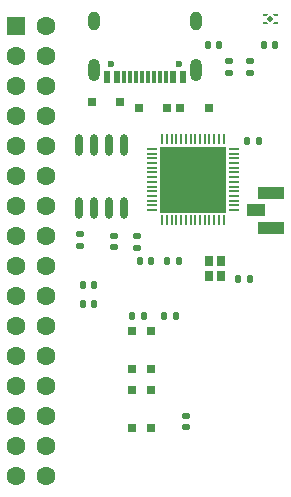
<source format=gbr>
%TF.GenerationSoftware,KiCad,Pcbnew,8.0.1*%
%TF.CreationDate,2024-04-25T23:54:08-05:00*%
%TF.ProjectId,Final Projeco,46696e61-6c20-4507-926f-6a65636f2e6b,rev?*%
%TF.SameCoordinates,Original*%
%TF.FileFunction,Soldermask,Top*%
%TF.FilePolarity,Negative*%
%FSLAX46Y46*%
G04 Gerber Fmt 4.6, Leading zero omitted, Abs format (unit mm)*
G04 Created by KiCad (PCBNEW 8.0.1) date 2024-04-25 23:54:08*
%MOMM*%
%LPD*%
G01*
G04 APERTURE LIST*
G04 Aperture macros list*
%AMRoundRect*
0 Rectangle with rounded corners*
0 $1 Rounding radius*
0 $2 $3 $4 $5 $6 $7 $8 $9 X,Y pos of 4 corners*
0 Add a 4 corners polygon primitive as box body*
4,1,4,$2,$3,$4,$5,$6,$7,$8,$9,$2,$3,0*
0 Add four circle primitives for the rounded corners*
1,1,$1+$1,$2,$3*
1,1,$1+$1,$4,$5*
1,1,$1+$1,$6,$7*
1,1,$1+$1,$8,$9*
0 Add four rect primitives between the rounded corners*
20,1,$1+$1,$2,$3,$4,$5,0*
20,1,$1+$1,$4,$5,$6,$7,0*
20,1,$1+$1,$6,$7,$8,$9,0*
20,1,$1+$1,$8,$9,$2,$3,0*%
%AMRotRect*
0 Rectangle, with rotation*
0 The origin of the aperture is its center*
0 $1 length*
0 $2 width*
0 $3 Rotation angle, in degrees counterclockwise*
0 Add horizontal line*
21,1,$1,$2,0,0,$3*%
%AMFreePoly0*
4,1,5,0.099975,0.075057,0.099975,-0.174956,-0.100025,-0.174956,-0.100025,0.275057,0.099975,0.075057,0.099975,0.075057,$1*%
%AMFreePoly1*
4,1,6,0.100025,-0.174956,-0.099975,-0.174956,-0.099975,0.075057,0.050013,0.225044,0.100025,0.225044,0.100025,-0.174956,0.100025,-0.174956,$1*%
%AMFreePoly2*
4,1,6,0.100025,-0.224841,0.050013,-0.224816,-0.100000,-0.074829,-0.099975,0.175184,0.100025,0.175184,0.100025,-0.224841,0.100025,-0.224841,$1*%
%AMFreePoly3*
4,1,6,0.100000,-0.075057,-0.050013,-0.225044,-0.100025,-0.225044,-0.100025,0.174956,0.099975,0.174956,0.100000,-0.075057,0.100000,-0.075057,$1*%
G04 Aperture macros list end*
%ADD10RoundRect,0.050000X0.387500X0.050000X-0.387500X0.050000X-0.387500X-0.050000X0.387500X-0.050000X0*%
%ADD11RoundRect,0.050000X0.050000X0.387500X-0.050000X0.387500X-0.050000X-0.387500X0.050000X-0.387500X0*%
%ADD12R,5.600000X5.600000*%
%ADD13RoundRect,0.140000X-0.140000X-0.170000X0.140000X-0.170000X0.140000X0.170000X-0.140000X0.170000X0*%
%ADD14R,0.800000X0.800000*%
%ADD15R,2.200000X1.100000*%
%ADD16R,1.500000X1.100000*%
%ADD17RoundRect,0.140000X0.140000X0.170000X-0.140000X0.170000X-0.140000X-0.170000X0.140000X-0.170000X0*%
%ADD18RoundRect,0.140000X-0.170000X0.140000X-0.170000X-0.140000X0.170000X-0.140000X0.170000X0.140000X0*%
%ADD19RoundRect,0.135000X0.135000X0.185000X-0.135000X0.185000X-0.135000X-0.185000X0.135000X-0.185000X0*%
%ADD20RoundRect,0.135000X-0.135000X-0.185000X0.135000X-0.185000X0.135000X0.185000X-0.135000X0.185000X0*%
%ADD21O,0.629997X1.864999*%
%ADD22RoundRect,0.135000X-0.185000X0.135000X-0.185000X-0.135000X0.185000X-0.135000X0.185000X0.135000X0*%
%ADD23C,0.600000*%
%ADD24O,1.000000X1.900000*%
%ADD25O,1.000000X1.600000*%
%ADD26R,0.600000X1.140005*%
%ADD27R,0.300000X1.140005*%
%ADD28R,0.775006X0.875006*%
%ADD29R,0.750013X0.700000*%
%ADD30RoundRect,0.135000X0.185000X-0.135000X0.185000X0.135000X-0.185000X0.135000X-0.185000X-0.135000X0*%
%ADD31FreePoly0,90.000000*%
%ADD32FreePoly1,90.000000*%
%ADD33FreePoly2,90.000000*%
%ADD34FreePoly3,90.000000*%
%ADD35RotRect,0.450013X0.450013X135.000000*%
%ADD36RoundRect,0.140000X0.170000X-0.140000X0.170000X0.140000X-0.170000X0.140000X-0.170000X-0.140000X0*%
%ADD37R,1.600000X1.600000*%
%ADD38C,1.600000*%
G04 APERTURE END LIST*
D10*
%TO.C,U1*%
X45597500Y-33672500D03*
X45597500Y-33272500D03*
X45597500Y-32872500D03*
X45597500Y-32472500D03*
X45597500Y-32072500D03*
X45597500Y-31672500D03*
X45597500Y-31272500D03*
X45597500Y-30872500D03*
X45597500Y-30472500D03*
X45597500Y-30072500D03*
X45597500Y-29672500D03*
X45597500Y-29272500D03*
X45597500Y-28872500D03*
X45597500Y-28472500D03*
D11*
X44760000Y-27635000D03*
X44360000Y-27635000D03*
X43960000Y-27635000D03*
X43560000Y-27635000D03*
X43160000Y-27635000D03*
X42760000Y-27635000D03*
X42360000Y-27635000D03*
X41960000Y-27635000D03*
X41560000Y-27635000D03*
X41160000Y-27635000D03*
X40760000Y-27635000D03*
X40360000Y-27635000D03*
X39960000Y-27635000D03*
X39560000Y-27635000D03*
D10*
X38722500Y-28472500D03*
X38722500Y-28872500D03*
X38722500Y-29272500D03*
X38722500Y-29672500D03*
X38722500Y-30072500D03*
X38722500Y-30472500D03*
X38722500Y-30872500D03*
X38722500Y-31272500D03*
X38722500Y-31672500D03*
X38722500Y-32072500D03*
X38722500Y-32472500D03*
X38722500Y-32872500D03*
X38722500Y-33272500D03*
X38722500Y-33672500D03*
D11*
X39560000Y-34510000D03*
X39960000Y-34510000D03*
X40360000Y-34510000D03*
X40760000Y-34510000D03*
X41160000Y-34510000D03*
X41560000Y-34510000D03*
X41960000Y-34510000D03*
X42360000Y-34510000D03*
X42760000Y-34510000D03*
X43160000Y-34510000D03*
X43560000Y-34510000D03*
X43960000Y-34510000D03*
X44360000Y-34510000D03*
X44760000Y-34510000D03*
D12*
X42160000Y-31072500D03*
%TD*%
D13*
%TO.C,C2*%
X46000000Y-39500000D03*
X46960000Y-39500000D03*
%TD*%
D14*
%TO.C,D3*%
X39999898Y-25000000D03*
X37600102Y-25000000D03*
%TD*%
D15*
%TO.C,JP1*%
X48749968Y-32177600D03*
D16*
X47500032Y-33676457D03*
D15*
X48749968Y-35177600D03*
%TD*%
D17*
%TO.C,C5*%
X49100000Y-19700000D03*
X48140000Y-19700000D03*
%TD*%
D18*
%TO.C,C10*%
X35450000Y-35840000D03*
X35450000Y-36800000D03*
%TD*%
D13*
%TO.C,C6*%
X43400000Y-19700000D03*
X44360000Y-19700000D03*
%TD*%
D19*
%TO.C,R1*%
X38000000Y-42600000D03*
X36980000Y-42600000D03*
%TD*%
D20*
%TO.C,R4*%
X39700000Y-42600000D03*
X40720000Y-42600000D03*
%TD*%
D21*
%TO.C,U4*%
X32499996Y-33499999D03*
X33769999Y-33499999D03*
X35040001Y-33499999D03*
X36310004Y-33499999D03*
X36310004Y-28135001D03*
X35040001Y-28135001D03*
X33769999Y-28135001D03*
X32499996Y-28135001D03*
%TD*%
D22*
%TO.C,R6*%
X37430000Y-35830000D03*
X37430000Y-36850000D03*
%TD*%
D23*
%TO.C,U2*%
X40989918Y-21305004D03*
X35209882Y-21305258D03*
D24*
X42419941Y-21805131D03*
X33779859Y-21805131D03*
D25*
X33779859Y-17625044D03*
X42419941Y-17625044D03*
D26*
X41300052Y-22375108D03*
X40499951Y-22375108D03*
D27*
X39350091Y-22375108D03*
X38350091Y-22375108D03*
X37849964Y-22375108D03*
X36849964Y-22375108D03*
D26*
X34900002Y-22375108D03*
X35700103Y-22375108D03*
D27*
X36350091Y-22375108D03*
X37350091Y-22375108D03*
X38849964Y-22375108D03*
X39849964Y-22375108D03*
%TD*%
D28*
%TO.C,X1*%
X43524165Y-37999951D03*
X43524165Y-39276049D03*
X44500035Y-39276049D03*
X44500035Y-37999951D03*
%TD*%
D29*
%TO.C,U6*%
X38649943Y-48900000D03*
X38649943Y-52099898D03*
X36999956Y-48900000D03*
X36999956Y-52099898D03*
%TD*%
D13*
%TO.C,C3*%
X37640000Y-38000000D03*
X38600000Y-38000000D03*
%TD*%
%TO.C,C4*%
X46770000Y-27810000D03*
X47730000Y-27810000D03*
%TD*%
%TO.C,C8*%
X32840000Y-41600000D03*
X33800000Y-41600000D03*
%TD*%
D30*
%TO.C,R5*%
X32600000Y-36720000D03*
X32600000Y-35700000D03*
%TD*%
D31*
%TO.C,U3*%
X49175235Y-17825121D03*
D32*
X49175235Y-17174879D03*
D33*
X48225019Y-17174879D03*
D34*
X48224765Y-17825121D03*
D35*
X48700000Y-17500000D03*
%TD*%
D13*
%TO.C,C9*%
X32840000Y-40000000D03*
X33800000Y-40000000D03*
%TD*%
D14*
%TO.C,D1*%
X35999998Y-24500000D03*
X33600202Y-24500000D03*
%TD*%
%TO.C,D2*%
X41100102Y-25000000D03*
X43499898Y-25000000D03*
%TD*%
D13*
%TO.C,C1*%
X40000000Y-38000000D03*
X40960000Y-38000000D03*
%TD*%
D22*
%TO.C,R2*%
X45200000Y-21000000D03*
X45200000Y-22020000D03*
%TD*%
D36*
%TO.C,C7*%
X41600000Y-52060000D03*
X41600000Y-51100000D03*
%TD*%
D37*
%TO.C,U7*%
X27209997Y-18049962D03*
D38*
X29750003Y-18049962D03*
X27209997Y-20589967D03*
X29750003Y-20589967D03*
X27209997Y-23129972D03*
X29750003Y-23129972D03*
X27209997Y-25669977D03*
X29750003Y-25669977D03*
X27209997Y-28209982D03*
X29750003Y-28209982D03*
X27209997Y-30749987D03*
X29750003Y-30749987D03*
X27209997Y-33289992D03*
X29750003Y-33289992D03*
X27209997Y-35829997D03*
X29750003Y-35829997D03*
X27209997Y-38370003D03*
X29750003Y-38370003D03*
X27209997Y-40910008D03*
X29750003Y-40910008D03*
X27209997Y-43450013D03*
X29750003Y-43450013D03*
X27209997Y-45990018D03*
X29750003Y-45990018D03*
X27209997Y-48530023D03*
X29750003Y-48530023D03*
X27209997Y-51070028D03*
X29750003Y-51070028D03*
X27209997Y-53610033D03*
X29750003Y-53610033D03*
X27209997Y-56150038D03*
X29750003Y-56150038D03*
%TD*%
D29*
%TO.C,U5*%
X36999957Y-47099900D03*
X36999957Y-43900002D03*
X38649944Y-47099900D03*
X38649944Y-43900002D03*
%TD*%
D22*
%TO.C,R3*%
X47000000Y-21000000D03*
X47000000Y-22020000D03*
%TD*%
M02*

</source>
